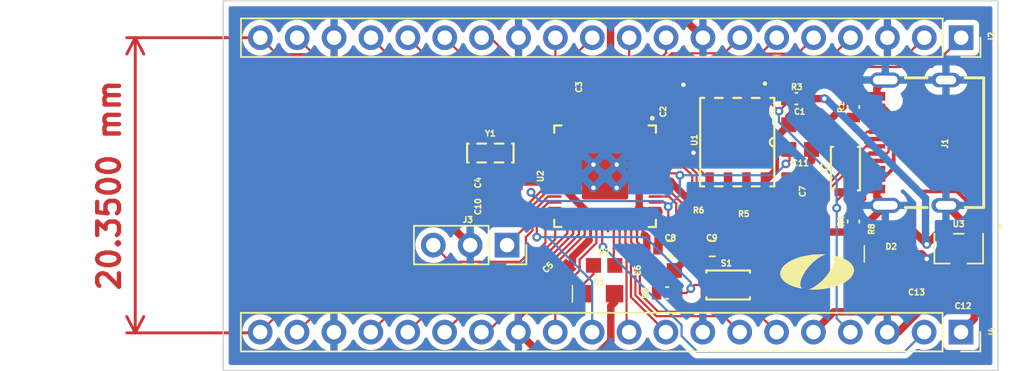
<source format=kicad_pcb>
(kicad_pcb (version 20211014) (generator pcbnew)
  (title_block (title "ENGR3430 Miniproject 3") (date "2022-09-22") (company "Olin College of Engineering"))
  (layers (0 "F.Cu" signal) (31 "B.Cu" signal) (34 "B.Paste" user) (35 "F.Paste" user) (36 "B.SilkS" user "B.Silkscreen") (37 "F.SilkS" user "F.Silkscreen") (38 "B.Mask" user) (39 "F.Mask" user) (44 "Edge.Cuts" user))
  (net 0 "")
  (net 1 "GND")
  (net 2 "+3V3")
  (net 3 "Net-(C10-Pad1)")
  (net 4 "/VBUS")
  (net 5 "Net-(J1-PadA5)")
  (net 6 "Net-(J1-PadA6)")
  (net 7 "Net-(J1-PadA7)")
  (net 9 "Net-(J1-PadB5)")
  (net 11 "/GPIO0")
  (net 12 "/GPIO1")
  (net 13 "/GPIO2")
  (net 14 "/GPIO3")
  (net 15 "/GPIO4")
  (net 16 "/GPIO5")
  (net 17 "/GPIO6")
  (net 18 "/GPIO7")
  (net 19 "/GPIO8")
  (net 20 "/GPIO9")
  (net 21 "/GPIO10")
  (net 22 "/GPIO11")
  (net 23 "/GPIO12")
  (net 24 "/GPIO13")
  (net 25 "/GPIO14")
  (net 26 "/GPIO15")
  (net 27 "/SWCLK")
  (net 28 "/SWDIO")
  (net 29 "/GPIO23")
  (net 30 "/BOOT")
  (net 31 "/GPIO29")
  (net 32 "/GPIO28")
  (net 33 "/GPIO27")
  (net 34 "/GPIO26")
  (net 35 "/RUN")
  (net 36 "/GPIO22")
  (net 37 "/GPIO21")
  (net 38 "/GPIO20")
  (net 39 "/GPIO19")
  (net 40 "/GPIO18")
  (net 41 "/GPIO17")
  (net 42 "/GPIO16")
  (net 43 "Net-(R5-Pad2)")
  (net 44 "Net-(R6-Pad2)")
  (net 45 "/GPIO25")
  (net 46 "Net-(D1-Pad2)")
  (net 47 "Net-(U1-Pad2)")
  (net 48 "Net-(U1-Pad3)")
  (net 49 "Net-(U1-Pad5)")
  (net 50 "Net-(U1-Pad6)")
  (net 51 "Net-(U1-Pad7)")
  (net 52 "Net-(U2-Pad20)")
  (net 53 "Net-(U2-Pad21)")
  (net 54 "/GPIO24")
  (net 55 "Net-(D2-Pad2)")
  (footprint "Eclectronics_mp3:RC0603FR-071KL" (layer "F.Cu") (at 225.415 113.15 180)
    (fp_text reference "R8")
    (fp_text value "1K")
  )
  (footprint "MP1:MCP1702T-3302E&slash_CB" (layer "F.Cu") (at 229.699999 114.4952 180)
    (fp_text reference "U3")
    (fp_text value "MCP1702T-3302E_CB" hide)
  )
  (footprint "Eclectronics_mp3:OlinLogoSm" (layer "F.Cu") (at 219.95 116.1)
    (fp_text reference "OlinLogoSm" hide)
    (fp_text value "G***" hide)
  )
  (footprint "Eclectronics_mp3:CL10B104JB8NNNC" (layer "F.Cu") (at 198.366 109.95 180)
    (fp_text reference "C4")
    (fp_text value "0.1µF")
  )
  (footprint "Eclectronics_mp3:USB4105-GF-A" (layer "F.Cu") (at 228.822 107.188 90)
    (fp_text reference "J1")
    (fp_text value "USB4105-GF-A")
  )
  (footprint "Eclectronics_mp3:KXT321LHS" (layer "F.Cu") (at 221.9 108.975 -90)
    (fp_text reference "S2")
    (fp_text value "BOOT")
  )
  (footprint "Eclectronics_mp3:KXT321LHS" (layer "F.Cu") (at 213.825 117 180)
    (fp_text reference "S1")
    (fp_text value "RST")
  )
  (footprint "Connector_PinSocket_2.54mm:PinSocket_1x20_P2.54mm_Vertical" (layer "F.Cu") (at 229.86 120.25 -90)
    (fp_text reference "J4")
    (fp_text value "RIGHT")
  )
  (footprint "Eclectronics_mp3:CL10B104JB8NNNC" (layer "F.Cu") (at 202.095628 116.454372 -135)
    (fp_text reference "C5")
    (fp_text value "0.1µF")
  )
  (footprint "Eclectronics_mp3:RP2040" (layer "F.Cu") (at 205.35 109.5 -90)
    (fp_text reference "U2")
    (fp_text value "RP2040")
  )
  (footprint "Eclectronics_mp3:RC0603FR-071KL" (layer "F.Cu") (at 211.785 112.75 180)
    (fp_text reference "R6")
    (fp_text value "27Ω")
  )
  (footprint "Eclectronics_mp3:CL10B104JB8NNNC" (layer "F.Cu") (at 218.784 107.65)
    (fp_text reference "C11")
    (fp_text value "0.1µF")
  )
  (footprint "Eclectronics_mp3:GRM188R61E106KA73D" (layer "F.Cu") (at 226.809 116.55 180)
    (fp_text reference "C13")
    (fp_text value "10µF")
  )
  (footprint "Eclectronics_mp3:LTST-C170TGKT" (layer "F.Cu") (at 225.05 114.85)
    (fp_text reference "D2")
    (fp_text value "PWR")
  )
  (footprint "Eclectronics_mp3:CL10B104JB8NNNC" (layer "F.Cu") (at 198.366 111.6 180)
    (fp_text reference "C10")
    (fp_text value "0.1µF")
  )
  (footprint "Eclectronics_mp3:CL10B104JB8NNNC" (layer "F.Cu") (at 204.45 103.334 90)
    (fp_text reference "C3")
    (fp_text value "0.1µF")
  )
  (footprint "Eclectronics_mp3:LTST-C170TBKT" (layer "F.Cu") (at 204.95 117.6)
    (fp_text reference "D1")
    (fp_text value "LED")
  )
  (footprint "Eclectronics_mp3:GRM188R61E106KA73D" (layer "F.Cu") (at 230.009 117.5)
    (fp_text reference "C12")
    (fp_text value "10µF")
  )
  (footprint "Eclectronics_mp3:CL10B104JB8NNNC" (layer "F.Cu") (at 218 110.534 90)
    (fp_text reference "C7")
    (fp_text value "0.1µF")
  )
  (footprint "Eclectronics_mp3:RES_ERJ3EKF5101V" (layer "F.Cu") (at 218.525 104.15)
    (fp_text reference "R3")
    (fp_text value "5.1K")
  )
  (footprint "Eclectronics_mp3:CL10B104JB8NNNC" (layer "F.Cu") (at 210.45 105.084 90)
    (fp_text reference "C2")
    (fp_text value "0.1µF")
  )
  (footprint "Eclectronics_mp3:CL10B104JB8NNNC" (layer "F.Cu") (at 218.784 105.95 180)
    (fp_text reference "C1")
    (fp_text value "0.1µF")
  )
  (footprint "Eclectronics_mp3:MIC_WSON-8-M" (layer "F.Cu") (at 214.45 107.15 -90)
    (fp_text reference "U1")
    (fp_text value "W25Q128JV" hide)
  )
  (footprint "Connector_PinSocket_2.54mm:PinSocket_1x20_P2.54mm_Vertical" (layer "F.Cu") (at 229.87 99.949 -90)
    (fp_text reference "J2")
    (fp_text value "LEFT")
  )
  (footprint "Connector_PinSocket_2.54mm:PinSocket_1x03_P2.54mm_Vertical" (layer "F.Cu") (at 198.6 114.25 -90)
    (fp_text reference "J3")
    (fp_text value "DEBUG")
  )
  (footprint "Eclectronics_mp3:RES_ERJ3EKF5101V" (layer "F.Cu") (at 222.45 104.725 90)
    (fp_text reference "R1")
    (fp_text value "5.1K")
  )
  (footprint "Eclectronics_mp3:RES_ERJ3EKF5101V" (layer "F.Cu") (at 209.625 117.55 180)
    (fp_text reference "R2")
    (fp_text value "5.1K")
  )
  (footprint "Eclectronics_mp3:RC0603FR-071KL" (layer "F.Cu") (at 214.885 113 180)
    (fp_text reference "R5")
    (fp_text value "27Ω")
  )
  (footprint "Eclectronics_mp3:RES_ERJ3EKF5101V" (layer "F.Cu") (at 222.45 112.625 -90)
    (fp_text reference "R4")
    (fp_text value "5.1K")
  )
  (footprint "Eclectronics_mp3:RC0603FR-071KL" (layer "F.Cu") (at 205.285 115.65 180)
    (fp_text reference "R7")
    (fp_text value "1K")
  )
  (footprint "Eclectronics_mp3:CL10B105KA8NNNC" (layer "F.Cu") (at 212.7278 114.5)
    (fp_text reference "C9")
    (fp_text value "1µF" hide)
  )
  (footprint "Eclectronics_mp3:CL10B104JB8NNNC" (layer "F.Cu") (at 209.334 116)
    (fp_text reference "C6")
    (fp_text value "0.1µF")
  )
  (footprint "Eclectronics_mp3:CL10B105KA8NNNC" (layer "F.Cu") (at 209.8245 114.5)
    (fp_text reference "C8")
    (fp_text value "1µF" hide)
  )
  (footprint "Eclectronics_mp3:CSTNE" (layer "F.Cu") (at 197.45 107.9)
    (fp_text reference "Y1")
    (fp_text value "12MHz")
  )
  (gr_rect (start 179.05 97.4) (end 232.4 122.9) (layer "Edge.Cuts") (width 0.1) (fill none))
  (gr_text "|\n" (at 223.2 114.8) (layer "F.SilkS") (effects (font (size 0.8 0.8) (thickness 0.1))))
  (gr_text "|\n" (at 203.1 117.55) (layer "F.SilkS") (effects (font (size 0.8 0.8) (thickness 0.1))))
  (dimension (type orthogonal) (layer "F.Cu") (pts (xy 181.65 120.3) (xy 181.6 99.95)) (height -8.65) (orientation 1) (gr_text "20.3500 mm" (at 171.2 110.125 90) (layer "F.Cu") (effects (font (size 1.5 1.5) (thickness 0.3)))) (format (units 3) (units_format 1) (precision 4)) (style (thickness 0.2) (arrow_length 1.27) (text_position_mode 0) (extension_height 0.58642) (extension_offset 0.5) keep_text_aligned))
  (segment (start 210.6523 115.4657) (end 210.6523 114.5) (width 0.508) (layer "F.Cu") (net 1))
  (segment (start 201.1 108.5) (end 201.9125 108.5) (width 0.2032) (layer "F.Cu") (net 1))
  (segment (start 213.5556 114.5) (end 218.35 114.5) (width 0.508) (layer "F.Cu") (net 1))
  (segment (start 199.38 119.17) (end 201.541256 117.008744) (width 0.508) (layer "F.Cu") (net 1))
  (segment (start 205.7436 118.4564) (end 206 118.2) (width 0.508) (layer "F.Cu") (net 1))
  (segment (start 200.85 108.25) (end 201.1 108.5) (width 0.2032) (layer "F.Cu") (net 1))
  (segment (start 195.1 113.29) (end 196.06 114.25) (width 0.508) (layer "F.Cu") (net 1))
  (segment (start 195.8 109.95) (end 197.582 109.95) (width 0.508) (layer "F.Cu") (net 1))
  (segment (start 197.45 107.9) (end 197.45 106.7) (width 0.381) (layer "F.Cu") (net 1))
  (segment (start 210.45 103.491707) (end 210.745854 103.195853) (width 0.508) (layer "F.Cu") (net 1))
  (segment (start 205.7436 120.8436) (end 205.7436 118.4564) (width 0.508) (layer "F.Cu") (net 1))
  (segment (start 218.25 109.75) (end 219.568 108.432) (width 0.508) (layer "F.Cu") (net 1))
  (segment (start 204.45 102.55) (end 205.7264 101.2736) (width 0.508) (layer "F.Cu") (net 1))
  (segment (start 197.582 109.95) (end 197.582 111.6) (width 0.508) (layer "F.Cu") (net 1))
  (segment (start 220.4 107.65) (end 219.568 107.65) (width 0.508) (layer "F.Cu") (net 1))
  (segment (start 204.55 108.7) (end 202.9114 108.7) (width 0.508) (layer "F.Cu") (net 1))
  (segment (start 212.16574 107.15) (end 211.434688 107.881052) (width 0.508) (layer "F.Cu") (net 1))
  (segment (start 199.38 120.25) (end 199.38 119.17) (width 0.508) (layer "F.Cu") (net 1))
  (segment (start 222.45 113.35) (end 222.8 113.35) (width 0.508) (layer "F.Cu") (net 1))
  (segment (start 228.293182 117.5) (end 229.25 117.5) (width 0.508) (layer "F.Cu") (net 1))
  (segment (start 218.35 114.5) (end 219.5 113.35) (width 0.508) (layer "F.Cu") (net 1))
  (segment (start 219.568 105.95) (end 219.568 107.65) (width 0.508) (layer "F.Cu") (net 1))
  (segment (start 222.45 104) (end 224.055 104) (width 0.508) (layer "F.Cu") (net 1))
  (segment (start 197.25 106.5) (end 195.9 106.5) (width 0.508) (layer "F.Cu") (net 1))
  (segment (start 225.543182 120.25) (end 228.293182 117.5) (width 0.508) (layer "F.Cu") (net 1))
  (segment (start 219.568 105.95) (end 220.5 105.95) (width 0.508) (layer "F.Cu") (net 1))
  (segment (start 195.1 110.65) (end 195.8 109.95) (width 0.508) (layer "F.Cu") (net 1))
  (segment (start 205.75 120.85) (end 205.7436 120.8436) (width 0.508) (layer "F.Cu") (net 1))
  (segment (start 224.78 120.25) (end 225.543182 120.25) (width 0.508) (layer "F.Cu") (net 1))
  (segment (start 210.541 98.4) (end 212.09 99.949) (width 0.508) (layer "F.Cu") (net 1))
  (segment (start 219.5 113.35) (end 222.45 113.35) (width 0.508) (layer "F.Cu") (net 1))
  (segment (start 205.7264 101.2736) (end 205.7264 99.1736) (width 0.508) (layer "F.Cu") (net 1))
  (segment (start 210.118 116) (end 210.6523 115.4657) (width 0.508) (layer "F.Cu") (net 1))
  (segment (start 210.45 104.3) (end 210.45 103.491707) (width 0.508) (layer "F.Cu") (net 1))
  (segment (start 220.5 105.95) (end 222.45 104) (width 0.508) (layer "F.Cu") (net 1))
  (segment (start 226.1 114.85) (end 227.15 114.85) (width 0.508) (layer "F.Cu") (net 1))
  (segment (start 212.545 105.245) (end 214.45 107.15) (width 0.508) (layer "F.Cu") (net 1))
  (segment (start 213.5556 115.1056) (end 213.5556 114.5) (width 0.508) (layer "F.Cu") (net 1))
  (segment (start 219.568 108.432) (end 219.568 107.65) (width 0.508) (layer "F.Cu") (net 1))
  (segment (start 224.067 110.388) (end 224.067 110.933) (width 0.508) (layer "F.Cu") (net 1))
  (segment (start 204.85 121.75) (end 205.75 120.85) (width 0.508) (layer "F.Cu") (net 1))
  (segment (start 218 109.75) (end 218.25 109.75) (width 0.508) (layer "F.Cu") (net 1))
  (segment (start 224.067 110.933) (end 224.642 111.508) (width 0.508) (layer "F.Cu") (net 1))
  (segment (start 215.45 117) (end 213.9157 115.4657) (width 0.508) (layer "F.Cu") (net 1))
  (segment (start 195.9 106.5) (end 195.1 107.3) (width 0.508) (layer "F.Cu") (net 1))
  (segment (start 202.9114 108.7) (end 202.7114 108.5) (width 0.508) (layer "F.Cu") (net 1))
  (segment (start 201.9125 108.5) (end 202.7114 108.5) (width 0.2032) (layer "F.Cu") (net 1))
  (segment (start 224.055 104) (end 224.067 103.988) (width 0.508) (layer "F.Cu") (net 1))
  (segment (start 221.9 107.35) (end 220.7 107.35) (width 0.508) (layer "F.Cu") (net 1))
  (segment (start 224.067 103.988) (end 224.067 103.443) (width 0.508) (layer "F.Cu") (net 1))
  (segment (start 213.95 115.5) (end 213.5556 115.1056) (width 0.508) (layer "F.Cu") (net 1))
  (segment (start 205.7264 99.1736) (end 206.5 98.4) (width 0.508) (layer "F.Cu") (net 1))
  (segment (start 199.38 120.25) (end 200.88 121.75) (width 0.508) (layer "F.Cu") (net 1))
  (segment (start 195.1 107.3) (end 195.1 113.29) (width 0.508) (layer "F.Cu") (net 1))
  (segment (start 226.1 114.85) (end 226.1 116.5) (width 0.508) (layer "F.Cu") (net 1))
  (segment (start 200.88 121.75) (end 204.85 121.75) (width 0.508) (layer "F.Cu") (net 1))
  (segment (start 228.858 111.508) (end 230.65 113.3) (width 0.508) (layer "F.Cu") (net 1))
  (segment (start 206.5 98.4) (end 210.541 98.4) (width 0.508) (layer "F.Cu") (net 1))
  (segment (start 228.822 111.508) (end 228.858 111.508) (width 0.508) (layer "F.Cu") (net 1))
  (segment (start 206 118.2) (end 206 117.6) (width 0.508) (layer "F.Cu") (net 1))
  (segment (start 220.7 107.35) (end 220.4 107.65) (width 0.508) (layer "F.Cu") (net 1))
  (segment (start 227.15 114.85) (end 227.5 115.2) (width 0.508) (layer "F.Cu") (net 1))
  (segment (start 224.067 103.443) (end 224.642 102.868) (width 0.508) (layer "F.Cu") (net 1))
  (segment (start 212.545 104.4576) (end 212.545 105.245) (width 0.508) (layer "F.Cu") (net 1))
  (segment (start 199.1 106.5) (end 197.25 106.5) (width 0.508) (layer "F.Cu") (net 1))
  (segment (start 197.45 106.7) (end 197.25 106.5) (width 0.381) (layer "F.Cu") (net 1))
  (segment (start 200.85 108.25) (end 199.1 106.5) (width 0.508) (layer "F.Cu") (net 1))
  (segment (start 214.45 107.15) (end 212.16574 107.15) (width 0.508) (layer "F.Cu") (net 1))
  (segment (start 222.8 113.35) (end 224.642 111.508) (width 0.508) (layer "F.Cu") (net 1))
  (segment (start 213.9157 115.4657) (end 210.6523 115.4657) (width 0.508) (layer "F.Cu") (net 1))
  (segment (start 226.1 116.5) (end 226.05 116.55) (width 0.508) (layer "F.Cu") (net 1))
  (via (at 210.745854 103.195853) (size 0.6096) (drill 0.3048) (layers "F.Cu" "B.Cu") (net 1))
  (via (at 227.5 115.2) (size 0.6096) (drill 0.3048) (layers "F.Cu" "B.Cu") (net 1))
  (via (at 211.434688 107.881052) (size 0.6096) (drill 0.3048) (layers "F.Cu" "B.Cu") (net 1))
  (segment (start 210.745854 103.195853) (end 211.75 104.199999) (width 0.508) (layer "B.Cu") (net 1))
  (segment (start 211.75 104.199999) (end 211.75 107.56574) (width 0.508) (layer "B.Cu") (net 1))
  (segment (start 211.434688 107.881052) (end 210.61574 108.7) (width 0.508) (layer "B.Cu") (net 1))
  (segment (start 211.75 107.56574) (end 211.434688 107.881052) (width 0.508) (layer "B.Cu") (net 1))
  (segment (start 210.61574 108.7) (end 206.15 108.7) (width 0.508) (layer "B.Cu") (net 1))
  (segment (start 217.0736 106.8764) (end 217.0736 109.1238) (width 0.508) (layer "F.Cu") (net 2))
  (segment (start 227.5 114.2) (end 226.45 113.15) (width 0.508) (layer "F.Cu") (net 2))
  (segment (start 208.7875 113.1375) (end 208.9967 113.3467) (width 0.508) (layer "F.Cu") (net 2))
  (segment (start 208.2409 105.868) (end 210.45 105.868) (width 0.508) (layer "F.Cu") (net 2))
  (segment (start 217.0736 109.1238) (end 216.355 109.8424) (width 0.508) (layer "F.Cu") (net 2))
  (segment (start 207.95 106.7412) (end 207.95 106.0625) (width 0.254) (layer "F.Cu") (net 2))
  (segment (start 202.7564 110.1) (end 202.7564 109.97155) (width 0.2032) (layer "F.Cu") (net 2))
  (segment (start 202.7564 109.97155) (end 202.48485 109.7) (width 0.2032) (layer "F.Cu") (net 2))
  (segment (start 228.4 113.3) (end 227.5 114.2) (width 0.508) (layer "F.Cu") (net 2))
  (segment (start 202.7564 110.1) (end 202.7564 110.6064) (width 0.508) (layer "F.Cu") (net 2))
  (segment (start 215.5271 111.318) (end 215.2577 111.5874) (width 0.508) (layer "F.Cu") (net 2))
  (segment (start 204.45 104.118) (end 204.45 104.974344) (width 0.508) (layer "F.Cu") (net 2))
  (segment (start 207.7 106.9912) (end 207.7412 106.95) (width 0.508) (layer "F.Cu") (net 2))
  (segment (start 207.7 111.75) (end 207.894901 111.944901) (width 0.635) (layer "F.Cu") (net 2))
  (segment (start 208.9 117.55) (end 208.9 116.8) (width 0.508) (layer "F.Cu") (net 2))
  (segment (start 208.7875 112.1) (end 208.7875 113.1375) (width 0.508) (layer "F.Cu") (net 2))
  (segment (start 207.7412 106.95) (end 207.95 106.7412) (width 0.508) (layer "F.Cu") (net 2))
  (segment (start 202.65 115.9) (end 203.1 115.45) (width 0.508) (layer "F.Cu") (net 2))
  (segment (start 202.7564 110.1) (end 202.7564 110.047629) (width 0.254) (layer "F.Cu") (net 2))
  (segment (start 207.95 112.9375) (end 207.95 112) (width 0.2032) (layer "F.Cu") (net 2))
  (segment (start 228.599998 113.15) (end 228.749998 113.3) (width 0.508) (layer "F.Cu") (net 2))
  (segment (start 207.7 111.75) (end 207.7 110.4) (width 0.508) (layer "F.Cu") (net 2))
  (segment (start 208.2409 105.868) (end 208.0464 106.0625) (width 0.508) (layer "F.Cu") (net 2))
  (segment (start 220.45 104.15) (end 219.25 104.15) (width 0.508) (layer "F.Cu") (net 2))
  (segment (start 216.355 110.4901) (end 215.2577 111.5874) (width 0.508) (layer "F.Cu") (net 2))
  (segment (start 199.2 109.9) (end 200.686448 109.9) (width 0.508) (layer "F.Cu") (net 2))
  (segment (start 216.355 109.8424) (end 216.355 110.4901) (width 0.508) (layer "F.Cu") (net 2))
  (segment (start 204.45 104.974344) (end 204.387172 105.037172) (width 0.508) (layer "F.Cu") (net 2))
  (segment (start 202.48485 109.7) (end 201.9125 109.7) (width 0.2032) (layer "F.Cu") (net 2))
  (segment (start 204.35 112.9375) (end 204.35 112.2) (width 0.2032) (layer "F.Cu") (net 2))
  (segment (start 204.35 106.0625) (end 204.35 106.65) (width 0.2032) (layer "F.Cu") (net 2))
  (segment (start 228.749998 113.3) (end 228.749998 115.368002) (width 0.508) (layer "F.Cu") (net 2))
  (segment (start 208.2256 115.6756) (end 208.2256 113.718122) (width 0.508) (layer "F.Cu") (net 2))
  (segment (start 204.35 112.9375) (end 204.35 113.8) (width 0.2032) (layer "F.Cu") (net 2))
  (segment (start 226.45 113.15) (end 226.15 113.15) (width 0.508) (layer "F.Cu") (net 2))
  (segment (start 204.35 106.65) (end 204.65 106.95) (width 0.2032) (layer "F.Cu") (net 2))
  (segment (start 208.9967 113.3467) (end 208.9967 114.5) (width 0.508) (layer "F.Cu") (net 2))
  (segment (start 204.65 106.95) (end 207.7412 106.95) (width 0.508) (layer "F.Cu") (net 2))
  (segment (start 201.9125 109.7) (end 200.9 109.7) (width 0.2032) (layer "F.Cu") (net 2))
  (segment (start 200.9 109.7) (end 200.893224 109.693224) (width 0.2032) (layer "F.Cu") (net 2))
  (segment (start 204.35 112.2) (end 204.605099 111.944901) (width 0.508) (layer "F.Cu") (net 2))
  (segment (start 226.8728 117.55) (end 227.568 116.8548) (width 0.508) (layer "F.Cu") (net 2))
  (segment (start 208.9 116.8) (end 208.55 116.45) (width 0.508) (layer "F.Cu") (net 2))
  (segment (start 202.7564 110.6064) (end 204.35 112.2) (width 0.508) (layer "F.Cu") (net 2))
  (segment (start 207.894901 111.944901) (end 209 111.944901) (width 0.635) (layer "F.Cu") (net 2))
  (segment (start 218 111.318) (end 215.5271 111.318) (width 0.508) (layer "F.Cu") (net 2))
  (segment (start 208.55 116) (end 208.2256 115.6756) (width 0.508) (layer "F.Cu") (net 2))
  (segment (start 204.35 106.0625) (end 204.35 105.074344) (width 0.2032) (layer "F.Cu") (net 2))
  (segment (start 199.15 109.95) (end 199.2 109.9) (width 0.508) (layer "F.Cu") (net 2))
  (segment (start 218 105.4) (end 219.25 104.15) (width 0.508) (layer "F.Cu") (net 2))
  (segment (start 225.55 118.85) (end 226.85 117.55) (width 0.508) (layer "F.Cu") (net 2))
  (segment (start 203.1 115.45) (end 203.1 115.068812) (width 0.508) (layer "F.Cu") (net 2))
  (segment (start 207.95 112) (end 207.894901 111.944901) (width 0.2032) (layer "F.Cu") (net 2))
  (segment (start 208.2 109.9) (end 209.85 109.9) (width 0.635) (layer "F.Cu") (net 2))
  (segment (start 227.568 116.8548) (end 227.568 116.55) (width 0.508) (layer "F.Cu") (net 2))
  (segment (start 203.1 115.068812) (end 204.259406 113.909406) (width 0.508) (layer "F.Cu") (net 2))
  (segment (start 221.1 118.85) (end 225.55 118.85) (width 0.508) (layer "F.Cu") (net 2))
  (segment (start 204.35 105.074344) (end 204.387172 105.037172) (width 0.2032) (layer "F.Cu") (net 2))
  (segment (start 218 105.95) (end 218 105.4) (width 0.508) (layer "F.Cu") (net 2))
  (segment (start 211.555294 111.5874) (end 209.867894 109.9) (width 0.508) (layer "F.Cu") (net 2))
  (segment (start 204.35 113.8) (end 204.25 113.9) (width 0.2032) (layer "F.Cu") (net 2))
  (segment (start 207.7 110.4) (end 207.7 106.9912) (width 0.508) (layer "F.Cu") (net 2))
  (segment (start 204.605099 111.944901) (end 207.894901 111.944901) (width 0.508) (layer "F.Cu") (net 2))
  (segment (start 215.2577 111.5874) (end 211.555294 111.5874) (width 0.508) (layer "F.Cu") (net 2))
  (segment (start 207.7 110.4) (end 208.2 109.9) (width 0.508) (layer "F.Cu") (net 2))
  (segment (start 208.55 116.45) (end 208.55 116) (width 0.508) (layer "F.Cu") (net 2))
  (segment (start 219.7 120.25) (end 221.1 118.85) (width 0.508) (layer "F.Cu") (net 2))
  (segment (start 228.749998 113.3) (end 228.4 113.3) (width 0.508) (layer "F.Cu") (net 2))
  (segment (start 228.749998 115.368002) (end 227.568 116.55) (width 0.508) (layer "F.Cu") (net 2))
  (segment (start 200.686448 109.9) (end 200.893224 109.693224) (width 0.508) (layer "F.Cu") (net 2))
  (segment (start 208.2256 113.718122) (end 208.05 113.542522) (width 0.508) (layer "F.Cu") (net 2))
  (segment (start 218 105.95) (end 217.0736 106.8764) (width 0.508) (layer "F.Cu") (net 2))
  (via (at 220.45 104.15) (size 0.6096) (drill 0.3048) (layers "F.Cu" "B.Cu") (net 2))
  (via (at 227.5 114.2) (size 0.6096) (drill 0.3048) (layers "F.Cu" "B.Cu") (net 2))
  (segment (start 220.55 104.15) (end 227.4156 111.0156) (width 0.508) (layer "B.Cu") (net 2))
  (segment (start 227.4156 114.1156) (end 227.5 114.2) (width 0.508) (layer "B.Cu") (net 2))
  (segment (start 220.45 104.15) (end 220.55 104.15) (width 0.508) (layer "B.Cu") (net 2))
  (segment (start 227.4156 111.0156) (end 227.4156 114.1156) (width 0.508) (layer "B.Cu") (net 2))
  (segment (start 210.1714 113.8714) (end 209.7 113.4) (width 0.1524) (layer "F.Cu") (net 3))
  (segment (start 209.468948 111.3) (end 208.7875 111.3) (width 0.1524) (layer "F.Cu") (net 3))
  (segment (start 211.9 114.5) (end 211.2714 113.8714) (width 0.1524) (layer "F.Cu") (net 3))
  (segment (start 199.863863 111.6) (end 199.15 111.6) (width 0.1524) (layer "F.Cu") (net 3))
  (segment (start 201.363863 110.1) (end 200.481932 110.981932) (width 0.1524) (layer "F.Cu") (net 3))
  (segment (start 210.3671 109.3) (end 208.7875 109.3) (width 0.1524) (layer "F.Cu") (net 3))
  (segment (start 200.25 110.75) (end 200.25 110.6107) (width 0.1524) (layer "F.Cu") (net 3))
  (segment (start 201.9125 110.1) (end 201.363863 110.1) (width 0.1524) (layer "F.Cu") (net 3))
  (segment (start 209.7 111.531052) (end 209.468948 111.3) (width 0.1524) (layer "F.Cu") (net 3))
  (segment (start 209.7 111.6) (end 209.7 111.531052) (width 0.1524) (layer "F.Cu") (net 3))
  (segment (start 209.7 113.4) (end 209.7 111.55) (width 0.1524) (layer "F.Cu") (net 3))
  (segment (start 211.2714 113.8714) (end 210.1714 113.8714) (width 0.1524) (layer "F.Cu") (net 3))
  (segment (start 200.481932 110.981932) (end 200.25 110.75) (width 0.1524) (layer "F.Cu") (net 3))
  (segment (start 218.05 108.4) (end 217.8 108.65) (width 0.1524) (layer "F.Cu") (net 3))
  (segment (start 210.5 109.4329) (end 210.3671 109.3) (width 0.1524) (layer "F.Cu") (net 3))
  (segment (start 200.481932 110.981932) (end 199.863863 111.6) (width 0.1524) (layer "F.Cu") (net 3))
  (segment (start 218.05 107.65) (end 218.05 108.4) (width 0.1524) (layer "F.Cu") (net 3))
  (via (at 200.25 110.6107) (size 0.6096) (drill 0.3048) (layers "F.Cu" "B.Cu") (net 3))
  (via (at 217.8 108.65) (size 0.6096) (drill 0.3048) (layers "F.Cu" "B.Cu") (net 3))
  (via (at 210.5 109.4329) (size 0.6096) (drill 0.3048) (layers "F.Cu" "B.Cu") (net 3))
  (via (at 209.7 111.6) (size 0.6096) (drill 0.3048) (layers "F.Cu" "B.Cu") (net 3))
  (segment (start 200.850955 111.211655) (end 200.25 110.6107) (width 0.1524) (layer "B.Cu") (net 3))
  (segment (start 217.8 108.65) (end 217.0171 109.4329) (width 0.1524) (layer "B.Cu") (net 3))
  (segment (start 210.5 110.8) (end 209.7 111.6) (width 0.1524) (layer "B.Cu") (net 3))
  (segment (start 209.311655 111.211655) (end 200.850955 111.211655) (width 0.1524) (layer "B.Cu") (net 3))
  (segment (start 209.7 111.6) (end 209.311655 111.211655) (width 0.1524) (layer "B.Cu") (net 3))
  (segment (start 210.5 109.4329) (end 210.5 110.8) (width 0.1524) (layer "B.Cu") (net 3))
  (segment (start 217.0171 109.4329) (end 210.5 109.4329) (width 0.1524) (layer "B.Cu") (net 3))
  (segment (start 224.5706 109.588) (end 224.067 109.588) (width 0.254) (layer "F.Cu") (net 4))
  (segment (start 226.8438 110.55) (end 229.5891 110.55) (width 0.254) (layer "F.Cu") (net 4))
  (segment (start 225.2262 108.9324) (end 224.5706 109.588) (width 0.254) (layer "F.Cu") (net 4))
  (segment (start 229.5891 110.55) (end 231.45 112.4109) (width 0.254) (layer "F.Cu") (net 4))
  (segment (start 230.768 119.342) (end 229.86 120.25) (width 0.508) (layer "F.Cu") (net 4))
  (segment (start 230.768 115.732) (end 230.768 117.5) (width 0.254) (layer "F.Cu") (net 4))
  (segment (start 224.638 104.788) (end 225.2262 105.3762) (width 0.254) (layer "F.Cu") (net 4))
  (segment (start 225.2262 108.9324) (end 226.8438 110.55) (width 0.254) (layer "F.Cu") (net 4))
  (segment (start 230.768 117.5) (end 230.768 119.342) (width 0.508) (layer "F.Cu") (net 4))
  (segment (start 224.067 104.788) (end 224.638 104.788) (width 0.254) (layer "F.Cu") (net 4))
  (segment (start 231.45 115.05) (end 230.768 115.732) (width 0.254) (layer "F.Cu") (net 4))
  (segment (start 231.45 112.4109) (end 231.45 115.05) (width 0.254) (layer "F.Cu") (net 4))
  (segment (start 225.2262 105.3762) (end 225.2262 108.9324) (width 0.254) (layer "F.Cu") (net 4))
  (segment (start 229.699999 115.6904) (end 230.768 116.758401) (width 0.508) (layer "F.Cu") (net 4))
  (segment (start 230.768 116.758401) (end 230.768 117.5) (width 0.508) (layer "F.Cu") (net 4))
  (segment (start 224.067 108.438) (end 223.462 108.438) (width 0.1524) (layer "F.Cu") (net 5))
  (segment (start 223.2634 111.0866) (end 222.45 111.9) (width 0.1524) (layer "F.Cu") (net 5))
  (segment (start 223.462 108.438) (end 223.2634 108.6366) (width 0.1524) (layer "F.Cu") (net 5))
  (segment (start 223.2634 108.6366) (end 223.2634 111.0866) (width 0.1524) (layer "F.Cu") (net 5))
  (segment (start 224.067 107.438) (end 223.312 107.438) (width 0.1524) (layer "F.Cu") (net 6))
  (segment (start 213.02 112.25) (end 212.52 112.75) (width 0.1524) (layer "F.Cu") (net 6))
  (segment (start 223.3848 106.438) (end 223.2634 106.5594) (width 0.1524) (layer "F.Cu") (net 6))
  (segment (start 223.2634 107.1884) (end 223.513 107.438) (width 0.1524) (layer "F.Cu") (net 6))
  (segment (start 223.2634 106.5594) (end 223.2634 107.1884) (width 0.1524) (layer "F.Cu") (net 6))
  (segment (start 223.312 107.438) (end 218.5 112.25) (width 0.1524) (layer "F.Cu") (net 6))
  (segment (start 224.067 106.438) (end 223.3848 106.438) (width 0.1524) (layer "F.Cu") (net 6))
  (segment (start 218.5 112.25) (end 213.02 112.25) (width 0.1524) (layer "F.Cu") (net 6))
  (segment (start 223.513 107.438) (end 224.067 107.438) (width 0.1524) (layer "F.Cu") (net 6))
  (segment (start 222.05 109.15) (end 222.031052 109.15) (width 0.1524) (layer "F.Cu") (net 7))
  (segment (start 223.262 107.938) (end 222.05 109.15) (width 0.1524) (layer "F.Cu") (net 7))
  (segment (start 224.7944 106.938) (end 224.8706 107.0142) (width 0.1524) (layer "F.Cu") (net 7))
  (segment (start 224.8706 107.0142) (end 224.8706 107.8166) (width 0.1524) (layer "F.Cu") (net 7))
  (segment (start 224.067 106.938) (end 224.7944 106.938) (width 0.1524) (layer "F.Cu") (net 7))
  (segment (start 218.181052 113) (end 215.62 113) (width 0.1524) (layer "F.Cu") (net 7))
  (segment (start 224.7492 107.938) (end 224.067 107.938) (width 0.1524) (layer "F.Cu") (net 7))
  (segment (start 224.8706 107.8166) (end 224.7492 107.938) (width 0.1524) (layer "F.Cu") (net 7))
  (segment (start 222.031052 109.15) (end 218.181052 113) (width 0.1524) (layer "F.Cu") (net 7))
  (segment (start 224.067 107.938) (end 223.262 107.938) (width 0.1524) (layer "F.Cu") (net 7))
  (segment (start 224.055 105.45) (end 224.067 105.438) (width 0.1524) (layer "F.Cu") (net 9))
  (segment (start 222.45 105.45) (end 224.055 105.45) (width 0.1524) (layer "F.Cu") (net 9))
  (segment (start 229.87 99.949) (end 227.8546 101.9644) (width 0.1524) (layer "F.Cu") (net 11))
  (segment (start 207.55 105.638071) (end 207.55 106.0625) (width 0.1524) (layer "F.Cu") (net 11))
  (segment (start 216.291608 102.5516) (end 210.636471 102.5516) (width 0.1524) (layer "F.Cu") (net 11))
  (segment (start 227.8546 101.9644) (end 216.878808 101.9644) (width 0.1524) (layer "F.Cu") (net 11))
  (segment (start 210.636471 102.5516) (end 207.55 105.638071) (width 0.1524) (layer "F.Cu") (net 11))
  (segment (start 216.878808 101.9644) (end 216.291608 102.5516) (width 0.1524) (layer "F.Cu") (net 11))
  (segment (start 216.752556 101.6596) (end 216.165356 102.2468) (width 0.1524) (layer "F.Cu") (net 12))
  (segment (start 227.33 99.949) (end 225.6194 101.6596) (width 0.1524) (layer "F.Cu") (net 12))
  (segment (start 225.6194 101.6596) (end 216.752556 101.6596) (width 0.1524) (layer "F.Cu") (net 12))
  (segment (start 207.15 105.55) (end 207.15 106.0625) (width 0.1524) (layer "F.Cu") (net 12))
  (segment (start 210.4532 102.2468) (end 207.15 105.55) (width 0.1524) (layer "F.Cu") (net 12))
  (segment (start 216.165356 102.2468) (end 210.4532 102.2468) (width 0.1524) (layer "F.Cu") (net 12))
  (segment (start 220.8442 101.3548) (end 222.25 99.949) (width 0.1524) (layer "F.Cu") (net 13))
  (segment (start 210.320104 101.942) (end 216.039104 101.942) (width 0.1524) (layer "F.Cu") (net 13))
  (segment (start 206.75 106.0625) (end 206.75 105.512104) (width 0.1524) (layer "F.Cu") (net 13))
  (segment (start 216.626304 101.3548) (end 220.8442 101.3548) (width 0.1524) (layer "F.Cu") (net 13))
  (segment (start 206.75 105.512104) (end 210.320104 101.942) (width 0.1524) (layer "F.Cu") (net 13))
  (segment (start 216.039104 101.942) (end 216.626304 101.3548) (width 0.1524) (layer "F.Cu") (net 13))
  (segment (start 218.609 101.05) (end 216.500052 101.05) (width 0.1524) (layer "F.Cu") (net 14))
  (segment (start 219.71 99.949) (end 218.609 101.05) (width 0.1524) (layer "F.Cu") (net 14))
  (segment (start 206.35 105.481052) (end 206.35 106.0625) (width 0.1524) (layer "F.Cu") (net 14))
  (segment (start 215.912852 101.6372) (end 210.193852 101.6372) (width 0.1524) (layer "F.Cu") (net 14))
  (segment (start 210.193852 101.6372) (end 206.35 105.481052) (width 0.1524) (layer "F.Cu") (net 14))
  (segment (start 216.500052 101.05) (end 215.912852 101.6372) (width 0.1524) (layer "F.Cu") (net 14))
  (segment (start 215.7866 101.3324) (end 217.17 99.949) (width 0.1524) (layer "F.Cu") (net 15))
  (segment (start 205.95 105.45) (end 210.0676 101.3324) (width 0.1524) (layer "F.Cu") (net 15))
  (segment (start 205.95 106.0625) (end 205.95 105.45) (width 0.1524) (layer "F.Cu") (net 15))
  (segment (start 210.0676 101.3324) (end 215.7866 101.3324) (width 0.1524) (layer "F.Cu") (net 15))
  (segment (start 209.941348 101.0276) (end 213.5514 101.0276) (width 0.1524) (layer "F.Cu") (net 16))
  (segment (start 205.55 105.418948) (end 209.941348 101.0276) (width 0.1524) (layer "F.Cu") (net 16))
  (segment (start 213.5514 101.0276) (end 214.63 99.949) (width 0.1524) (layer "F.Cu") (net 16))
  (segment (start 205.55 106.0625) (end 205.55 105.418948) (width 0.1524) (layer "F.Cu") (net 16))
  (segment (start 205.15 105.387896) (end 205.15 106.0625) (width 0.1524) (layer "F.Cu") (net 17))
  (segment (start 209.55 99.949) (end 209.55 100.987896) (width 0.1524) (layer "F.Cu") (net 17))
  (segment (start 209.55 100.987896) (end 205.15 105.387896) (width 0.1524) (layer "F.Cu") (net 17))
  (segment (start 207.01 103.096844) (end 207.01 99.949) (width 0.1524) (layer "F.Cu") (net 18))
  (segment (start 204.75 106.0625) (end 204.75 105.356844) (width 0.1524) (layer "F.Cu") (net 18))
  (segment (start 204.75 105.356844) (end 207.01 103.096844) (width 0.1524) (layer "F.Cu") (net 18))
  (segment (start 203.95 105.25) (end 203.55 104.85) (width 0.1524) (layer "F.Cu") (net 19))
  (segment (start 203.55 100.869) (end 204.47 99.949) (width 0.1524) (layer "F.Cu") (net 19))
  (segment (start 203.95 106.0625) (end 203.95 105.25) (width 0.1524) (layer "F.Cu") (net 19))
  (segment (start 203.55 104.85) (end 203.55 100.869) (width 0.1524) (layer "F.Cu") (net 19))
  (segment (start 203.55 106.0625) (end 203.55 105.281052) (width 0.1524) (layer "F.Cu") (net 20))
  (segment (start 201.93 103.661052) (end 201.93 99.949) (width 0.1524) (layer "F.Cu") (net 20))
  (segment (start 203.55 105.281052) (end 201.93 103.661052) (width 0.1524) (layer "F.Cu") (net 20))
  (segment (start 203.15 105.638071) (end 197.460929 99.949) (width 0.1524) (layer "F.Cu") (net 21))
  (segment (start 203.15 106.0625) (end 203.15 105.638071) (width 0.1524) (layer "F.Cu") (net 21))
  (segment (start 197.460929 99.949) (end 196.85 99.949) (width 0.1524) (layer "F.Cu") (net 21))
  (segment (start 202.75 106) (end 202.75 106.0625) (width 0.1524) (layer "F.Cu") (net 22))
  (segment (start 198.2548 101.5048) (end 202.75 106) (width 0.1524) (layer "F.Cu") (net 22))
  (segment (start 194.31 99.949) (end 195.8658 101.5048) (width 0.1524) (layer "F.Cu") (net 22))
  (segment (start 195.8658 101.5048) (end 198.2548 101.5048) (width 0.1524) (layer "F.Cu") (net 22))
  (segment (start 193.6306 101.8096) (end 196.8221 101.8096) (width 0.1524) (layer "F.Cu") (net 23))
  (segment (start 196.8221 101.8096) (end 201.9125 106.9) (width 0.1524) (layer "F.Cu") (net 23))
  (segment (start 191.77 99.949) (end 193.6306 101.8096) (width 0.1524) (layer "F.Cu") (net 23))
  (segment (start 201.9125 107.3) (end 201.488071 107.3) (width 0.1524) (layer "F.Cu") (net 24))
  (segment (start 196.302471 102.1144) (end 191.3954 102.1144) (width 0.1524) (layer "F.Cu") (net 24))
  (segment (start 201.488071 107.3) (end 196.302471 102.1144) (width 0.1524) (layer "F.Cu") (net 24))
  (segment (start 191.3954 102.1144) (end 189.23 99.949) (width 0.1524) (layer "F.Cu") (net 24))
  (segment (start 186.651 102.45) (end 184.15 99.949) (width 0.1524) (layer "F.Cu") (net 25))
  (segment (start 196.188 102.45) (end 186.651 102.45) (width 0.1524) (layer "F.Cu") (net 25))
  (segment (start 201.9125 107.7) (end 201.438 107.7) (width 0.1524) (layer "F.Cu") (net 25))
  (segment (start 201.438 107.7) (end 196.188 102.45) (width 0.1524) (layer "F.Cu") (net 25))
  (segment (start 201.9125 108.1) (end 201.406948 108.1) (width 0.1524) (layer "F.Cu") (net 26))
  (segment (start 196.061748 102.7548) (end 186.524748 102.7548) (width 0.1524) (layer "F.Cu") (net 26))
  (segment (start 184.861948 101.092) (end 182.753 101.092) (width 0.1524) (layer "F.Cu") (net 26))
  (segment (start 201.406948 108.1) (end 196.061748 102.7548) (width 0.1524) (layer "F.Cu") (net 26))
  (segment (start 186.524748 102.7548) (end 184.861948 101.092) (width 0.1524) (layer "F.Cu") (net 26))
  (segment (start 182.753 101.092) (end 181.61 99.949) (width 0.1524) (layer "F.Cu") (net 26))
  (segment (start 201.9125 110.5) (end 201.394915 110.5) (width 0.1524) (layer "F.Cu") (net 27))
  (segment (start 200.0404 112.8096) (end 198.6 114.25) (width 0.1524) (layer "F.Cu") (net 27))
  (segment (start 201.394915 110.5) (end 200.0404 111.854515) (width 0.1524) (layer "F.Cu") (net 27))
  (segment (start 200.0404 111.854515) (end 200.0404 112.8096) (width 0.1524) (layer "F.Cu") (net 27))
  (segment (start 199.5 115.4) (end 194.67 115.4) (width 0.1524) (layer "F.Cu") (net 28))
  (segment (start 200.3452 113.24864) (end 199.9 113.69384) (width 0.1524) (layer "F.Cu") (net 28))
  (segment (start 199.9 115) (end 199.5 115.4) (width 0.1524) (layer "F.Cu") (net 28))
  (segment (start 194.67 115.4) (end 193.52 114.25) (width 0.1524) (layer "F.Cu") (net 28))
  (segment (start 200.3452 111.980767) (end 200.3452 113.24864) (width 0.1524) (layer "F.Cu") (net 28))
  (segment (start 201.425967 110.9) (end 200.3452 111.980767) (width 0.1524) (layer "F.Cu") (net 28))
  (segment (start 199.9 113.69384) (end 199.9 115) (width 0.1524) (layer "F.Cu") (net 28))
  (segment (start 201.9125 110.9) (end 201.425967 110.9) (width 0.1524) (layer "F.Cu") (net 28))
  (segment (start 205.202565 114.382681) (end 205.15 114.330116) (width 0.1524) (layer "F.Cu") (net 29))
  (segment (start 205.15 114.330116) (end 205.15 112.9375) (width 0.1524) (layer "F.Cu") (net 29))
  (via (at 205.202565 114.382681) (size 0.6096) (drill 0.3048) (layers "F.Cu" "B.Cu") (net 29))
  (segment (start 210.6186 119.7686) (end 210.6186 120.5186) (width 0.1524) (layer "B.Cu") (net 29))
  (segment (start 205.232681 114.382681) (end 210.6186 119.7686) (width 0.1524) (layer "B.Cu") (net 29))
  (segment (start 211.7 121.6) (end 225.97 121.6) (width 0.1524) (layer "B.Cu") (net 29))
  (segment (start 210.6186 120.5186) (end 211.7 121.6) (width 0.1524) (layer "B.Cu") (net 29))
  (segment (start 225.97 121.6) (end 227.32 120.25) (width 0.1524) (layer "B.Cu") (net 29))
  (segment (start 205.202565 114.382681) (end 205.232681 114.382681) (width 0.1524) (layer "B.Cu") (net 29))
  (segment (start 211.853548 102.8904) (end 215.1053 102.8904) (width 0.1524) (layer "F.Cu") (net 30))
  (segment (start 217.317723 105.013101) (end 217.8 104.530824) (width 0.1524) (layer "F.Cu") (net 30))
  (segment (start 215.1053 102.8904) (end 216.355 104.1401) (width 0.1524) (layer "F.Cu") (net 30))
  (segment (start 216.355 104.1401) (end 216.355 104.4576) (width 0.1524) (layer "F.Cu") (net 30))
  (segment (start 217.8 104.530824) (end 217.8 104.15) (width 0.1524) (layer "F.Cu") (net 30))
  (segment (start 211.1886 103.555348) (end 211.853548 102.8904) (width 0.1524) (layer "F.Cu") (net 30))
  (segment (start 221.3 111.2) (end 221.9 110.6) (width 0.1524) (layer "F.Cu") (net 30))
  (segment (start 217.317723 105.013101) (end 216.762222 104.4576) (width 0.1524) (layer "F.Cu") (net 30))
  (segment (start 221.3 111.7) (end 221.3 111.2) (width 0.1524) (layer "F.Cu") (net 30))
  (segment (start 216.762222 104.4576) (end 216.355 104.4576) (width 0.1524) (layer "F.Cu") (net 30))
  (segment (start 211.1886 106.5114) (end 211.1886 103.555348) (width 0.1524) (layer "F.Cu") (net 30))
  (segment (start 210.8 106.9) (end 211.1886 106.5114) (width 0.1524) (layer "F.Cu") (net 30))
  (segment (start 208.7875 106.9) (end 210.8 106.9) (width 0.1524) (layer "F.Cu") (net 30))
  (via (at 217.317723 105.013101) (size 0.6096) (drill 0.3048) (layers "F.Cu" "B.Cu") (net 30))
  (via (at 221.3 111.7) (size 0.6096) (drill 0.3048) (layers "F.Cu" "B.Cu") (net 30))
  (segment (start 221.3 111.7) (end 221.3 119.31) (width 0.1524) (layer "B.Cu") (net 30))
  (segment (start 221.3 109.75) (end 221.3 111.7) (width 0.1524) (layer "B.Cu") (net 30))
  (segment (start 221.3 119.31) (end 222.24 120.25) (width 0.1524) (layer "B.Cu") (net 30))
  (segment (start 217.317723 105.767723) (end 221.3 109.75) (width 0.1524) (layer "B.Cu") (net 30))
  (segment (start 217.317723 105.013101) (end 217.317723 105.767723) (width 0.1524) (layer "B.Cu") (net 30))
  (segment (start 207.55 114.025792) (end 207.743 114.218792) (width 0.1524) (layer "F.Cu") (net 31))
  (segment (start 207.743 117.580896) (end 209.007304 118.8452) (width 0.1524) (layer "F.Cu") (net 31))
  (segment (start 209.007304 118.8452) (end 215.7552 118.8452) (width 0.1524) (layer "F.Cu") (net 31))
  (segment (start 207.55 112.9375) (end 207.55 114.025792) (width 0.1524) (layer "F.Cu") (net 31))
  (segment (start 215.7552 118.8452) (end 217.16 120.25) (width 0.1524) (layer "F.Cu") (net 31))
  (segment (start 207.743 114.218792) (end 207.743 117.580896) (width 0.1524) (layer "F.Cu") (net 31))
  (segment (start 207.4382 114.345044) (end 207.4382 117.707148) (width 0.1524) (layer "F.Cu") (net 32))
  (segment (start 207.15 112.9375) (end 207.15 114.056844) (width 0.1524) (layer "F.Cu") (net 32))
  (segment (start 207.15 114.056844) (end 207.4382 114.345044) (width 0.1524) (layer "F.Cu") (net 32))
  (segment (start 213.52 119.15) (end 214.62 120.25) (width 0.1524) (layer "F.Cu") (net 32))
  (segment (start 207.4382 117.707148) (end 208.881052 119.15) (width 0.1524) (layer "F.Cu") (net 32))
  (segment (start 208.881052 119.15) (end 213.52 119.15) (width 0.1524) (layer "F.Cu") (net 32))
  (segment (start 206.75 114.087896) (end 207.1334 114.471296) (width 0.1524) (layer "F.Cu") (net 33))
  (segment (start 209.54 120.24) (end 209.54 120.25) (width 0.1524) (layer "F.Cu") (net 33))
  (segment (start 207.1334 117.8334) (end 209.54 120.24) (width 0.1524) (layer "F.Cu") (net 33))
  (segment (start 206.75 112.9375) (end 206.75 114.087896) (width 0.1524) (layer "F.Cu") (net 33))
  (segment (start 207.1334 114.471296) (end 207.1334 117.8334) (width 0.1524) (layer "F.Cu") (net 33))
  (segment (start 206.8286 114.597548) (end 206.8286 120.0786) (width 0.1524) (layer "F.Cu") (net 34))
  (segment (start 206.35 114.118948) (end 206.8286 114.597548) (width 0.1524) (layer "F.Cu") (net 34))
  (segment (start 206.35 112.9375) (end 206.35 114.118948) (width 0.1524) (layer "F.Cu") (net 34))
  (segment (start 206.8286 120.0786) (end 207 120.25) (width 0.1524) (layer "F.Cu") (net 34))
  (segment (start 200.65 112.107019) (end 201.457019 111.3) (width 0.1524) (layer "F.Cu") (net 35))
  (segment (start 200.65 113.698182) (end 200.65 112.107019) (width 0.1524) (layer "F.Cu") (net 35))
  (segment (start 211.25 117.25) (end 210.95 117.55) (width 0.1524) (layer "F.Cu") (net 35))
  (segment (start 210.95 117.55) (end 210.35 117.55) (width 0.1524) (layer "F.Cu") (net 35))
  (segment (start 211.5 117) (end 212.2 117) (width 0.1524) (layer "F.Cu") (net 35))
  (segment (start 211.25 117.25) (end 211.5 117) (width 0.1524) (layer "F.Cu") (net 35))
  (segment (start 201.457019 111.3) (end 201.9125 111.3) (width 0.1524) (layer "F.Cu") (net 35))
  (via (at 211.25 117.25) (size 0.6096) (drill 0.3048) (layers "F.Cu" "B.Cu") (net 35))
  (via (at 200.65 113.698182) (size 0.6096) (drill 0.3048) (layers "F.Cu" "B.Cu") (net 35))
  (segment (start 200.651818 113.7) (end 200.65 113.698182) (width 0.1524) (layer "B.Cu") (net 35))
  (segment (start 211.25 117.25) (end 211.25 116.8171) (width 0.1524) (layer "B.Cu") (net 35))
  (segment (start 208.1329 113.7) (end 200.651818 113.7) (width 0.1524) (layer "B.Cu") (net 35))
  (segment (start 211.25 116.8171) (end 208.1329 113.7) (width 0.1524) (layer "B.Cu") (net 35))
  (segment (start 204.46 116.76) (end 204.46 120.25) (width 0.1524) (layer "B.Cu") (net 35))
  (segment (start 200.65 113.698182) (end 201.398182 113.698182) (width 0.1524) (layer "B.Cu") (net 35))
  (segment (start 201.398182 113.698182) (end 204.46 116.76) (width 0.1524) (layer "B.Cu") (net 35))
  (segment (start 203.6 115.251312) (end 203.6 115.79132) (width 0.1524) (layer "F.Cu") (net 36))
  (segment (start 204.75 112.9375) (end 204.75 114.101312) (width 0.1524) (layer "F.Cu") (net 36))
  (segment (start 203.60692 115.987618) (end 201.92 117.674538) (width 0.1524) (layer "F.Cu") (net 36))
  (segment (start 201.92 117.674538) (end 201.92 120.25) (width 0.1524) (layer "F.Cu") (net 36))
  (segment (start 204.75 114.101312) (end 203.6 115.251312) (width 0.1524) (layer "F.Cu") (net 36))
  (segment (start 203.6 115.79132) (end 203.60692 115.79824) (width 0.1524) (layer "F.Cu") (net 36))
  (segment (start 203.60692 115.79824) (end 203.60692 115.987618) (width 0.1524) (layer "F.Cu") (net 36))
  (segment (start 196.84 120.25) (end 197.236312 120.25) (width 0.1524) (layer "F.Cu") (net 37))
  (segment (start 197.236312 120.25) (end 203.95 113.536312) (width 0.1524) (layer "F.Cu") (net 37))
  (segment (start 203.95 113.536312) (end 203.95 112.9375) (width 0.1524) (layer "F.Cu") (net 37))
  (segment (start 203.55 112.9375) (end 203.55 113.50526) (width 0.1524) (layer "F.Cu") (net 38))
  (segment (start 195.65 118.9) (end 194.3 120.25) (width 0.1524) (layer "F.Cu") (net 38))
  (segment (start 203.55 113.50526) (end 198.15526 118.9) (width 0.1524) (layer "F.Cu") (net 38))
  (segment (start 198.15526 118.9) (end 195.65 118.9) (width 0.1524) (layer "F.Cu") (net 38))
  (segment (start 198.029008 118.5952) (end 193.4148 118.5952) (width 0.1524) (layer "F.Cu") (net 39))
  (segment (start 193.4148 118.5952) (end 191.76 120.25) (width 0.1524) (layer "F.Cu") (net 39))
  (segment (start 203.15 113.474208) (end 198.029008 118.5952) (width 0.1524) (layer "F.Cu") (net 39))
  (segment (start 203.15 112.9375) (end 203.15 113.474208) (width 0.1524) (layer "F.Cu") (net 39))
  (segment (start 191.1796 118.2904) (end 189.22 120.25) (width 0.1524) (layer "F.Cu") (net 40))
  (segment (start 202.75 113.443156) (end 197.902756 118.2904) (width 0.1524) (layer "F.Cu") (net 40))
  (segment (start 202.75 112.9375) (end 202.75 113.443156) (width 0.1524) (layer "F.Cu") (net 40))
  (segment (start 197.902756 118.2904) (end 191.1796 118.2904) (width 0.1524) (layer "F.Cu") (net 40))
  (segment (start 186.4044 117.9856) (end 184.14 120.25) (width 0.1524) (layer "F.Cu") (net 41))
  (segment (start 201.9125 112.1) (end 201.9125 113.849604) (width 0.1524) (layer "F.Cu") (net 41))
  (segment (start 197.776504 117.9856) (end 186.4044 117.9856) (width 0.1524) (layer "F.Cu") (net 41))
  (segment (start 201.9125 113.849604) (end 197.776504 117.9856) (width 0.1524) (layer "F.Cu") (net 41))
  (segment (start 201.2464 111.941671) (end 201.2464 114.084652) (width 0.1524) (layer "F.Cu") (net 42))
  (segment (start 201.488071 111.7) (end 201.2464 111.941671) (width 0.1524) (layer "F.Cu") (net 42))
  (segment (start 184.1692 117.6808) (end 181.6 120.25) (width 0.1524) (layer "F.Cu") (net 42))
  (segment (start 201.9125 111.7) (end 201.488071 111.7) (width 0.1524) (layer "F.Cu") (net 42))
  (segment (start 201.2464 114.084652) (end 197.650252 117.6808) (width 0.1524) (layer "F.Cu") (net 42))
  (segment (start 197.650252 117.6808) (end 184.1692 117.6808) (width 0.1524) (layer "F.Cu") (net 42))
  (segment (start 210.25 113.35) (end 210.45 113.55) (width 0.1524) (layer "F.Cu") (net 43))
  (segment (start 210.25 111.395658) (end 210.25 113.35) (width 0.1524) (layer "F.Cu") (net 43))
  (segment (start 209.754342 110.9) (end 210.25 111.395658) (width 0.1524) (layer "F.Cu") (net 43))
  (segment (start 210.45 113.55) (end 213.6 113.55) (width 0.1524) (layer "F.Cu") (net 43))
  (segment (start 208.7875 110.9) (end 209.754342 110.9) (width 0.1524) (layer "F.Cu") (net 43))
  (segment (start 213.6 113.55) (end 214.15 113) (width 0.1524) (layer "F.Cu") (net 43))
  (segment (start 208.7875 110.5) (end 209.785394 110.5) (width 0.1524) (layer "F.Cu") (net 44))
  (segment (start 211.05 111.764606) (end 211.05 112.75) (width 0.1524) (layer "F.Cu") (net 44))
  (segment (start 209.785394 110.5) (end 211.05 111.764606) (width 0.1524) (layer "F.Cu") (net 44))
  (segment (start 205.95 112.9375) (end 205.95 115.73) (width 0.1524) (layer "F.Cu") (net 45))
  (segment (start 203.9 116.9) (end 203.9 117.6) (width 0.1524) (layer "F.Cu") (net 46))
  (segment (start 204.55 115.65) (end 204.55 116.25) (width 0.1524) (layer "F.Cu") (net 46))
  (segment (start 204.55 116.25) (end 203.9 116.9) (width 0.1524) (layer "F.Cu") (net 46))
  (segment (start 211.4934 106.637652) (end 210.831052 107.3) (width 0.1524) (layer "F.Cu") (net 47))
  (segment (start 211.9798 103.1952) (end 211.4934 103.6816) (width 0.1524) (layer "F.Cu") (net 47))
  (segment (start 210.831052 107.3) (end 208.7875 107.3) (width 0.1524) (layer "F.Cu") (net 47))
  (segment (start 215.085 104.4576) (end 215.085 104.1401) (width 0.1524) (layer "F.Cu") (net 47))
  (segment (start 211.4934 103.6816) (end 211.4934 106.637652) (width 0.1524) (layer "F.Cu") (net 47))
  (segment (start 214.1401 103.1952) (end 211.9798 103.1952) (width 0.1524) (layer "F.Cu") (net 47))
  (segment (start 215.085 104.1401) (end 214.1401 103.1952) (width 0.1524) (layer "F.Cu") (net 47))
  (segment (start 212.106052 103.5) (end 213.1495 103.5) (width 0.1524) (layer "F.Cu") (net 48))
  (segment (start 208.7875 107.7) (end 210.862104 107.7) (width 0.1524) (layer "F.Cu") (net 48))
  (segment (start 211.7982 106.763904) (end 211.7982 103.807852) (width 0.1524) (layer "F.Cu") (net 48))
  (segment (start 213.1495 103.5) (end 213.815 104.1655) (width 0.1524) (layer "F.Cu") (net 48))
  (segment (start 213.815 104.1655) (end 213.815 104.4576) (width 0.1524) (layer "F.Cu") (net 48))
  (segment (start 211.7982 103.807852) (end 212.106052 103.5) (width 0.1524) (layer "F.Cu") (net 48))
  (segment (start 210.862104 107.7) (end 211.7982 106.763904) (width 0.1524) (layer "F.Cu") (net 48))
  (segment (start 212.545 109.745) (end 212.545 109.8424) (width 0.1524) (layer "F.Cu") (net 49))
  (segment (start 210.9 108.1) (end 212.545 109.745) (width 0.1524) (layer "F.Cu") (net 49))
  (segment (start 208.7875 108.1) (end 210.9 108.1) (width 0.1524) (layer "F.Cu") (net 49))
  (segment (start 211.9227 110.7822) (end 213.1673 110.7822) (width 0.1524) (layer "F.Cu") (net 50))
  (segment (start 213.815 110.1345) (end 213.815 109.8424) (width 0.1524) (layer "F.Cu") (net 50))
  (segment (start 210.85 108.5) (end 211.6548 109.3048) (width 0.1524) (layer "F.Cu") (net 50))
  (segment (start 213.1673 110.7822) (end 213.815 110.1345) (width 0.1524) (layer "F.Cu") (net 50))
  (segment (start 208.7875 108.5) (end 210.85 108.5) (width 0.1524) (layer "F.Cu") (net 50))
  (segment (start 211.6548 109.3048) (end 211.6548 110.5143) (width 0.1524) (layer "F.Cu") (net 50))
  (segment (start 211.6548 110.5143) (end 211.9227 110.7822) (width 0.1524) (layer "F.Cu") (net 50))
  (segment (start 211.35 109.45) (end 210.8 108.9) (width 0.1524) (layer "F.Cu") (net 51))
  (segment (start 211.796448 111.087) (end 211.35 110.640552) (width 0.1524) (layer "F.Cu") (net 51))
  (segment (start 215.085 110.1345) (end 214.1325 111.087) (width 0.1524) (layer "F.Cu") (net 51))
  (segment (start 210.8 108.9) (end 208.7875 108.9) (width 0.1524) (layer "F.Cu") (net 51))
  (segment (start 211.35 110.640552) (end 211.35 109.45) (width 0.1524) (layer "F.Cu") (net 51))
  (segment (start 214.1325 111.087) (end 211.796448 111.087) (width 0.1524) (layer "F.Cu") (net 51))
  (segment (start 215.085 109.8424) (end 215.085 110.1345) (width 0.1524) (layer "F.Cu") (net 51))
  (segment (start 199.65 108.9) (end 201.9125 108.9) (width 0.1524) (layer "F.Cu") (net 52))
  (segment (start 198.65 107.9) (end 199.65 108.9) (width 0.1524) (layer "F.Cu") (net 52))
  (segment (start 201.3825 109.3) (end 201.2873 109.2048) (width 0.1524) (layer "F.Cu") (net 53))
  (segment (start 196.25 108.25) (end 196.25 107.9) (width 0.1524) (layer "F.Cu") (net 53))
  (segment (start 201.9125 109.3) (end 201.3825 109.3) (width 0.1524) (layer "F.Cu") (net 53))
  (segment (start 201.2873 109.2048) (end 197.2048 109.2048) (width 0.1524) (layer "F.Cu") (net 53))
  (segment (start 197.2048 109.2048) (end 196.25 108.25) (width 0.1524) (layer "F.Cu") (net 53))
  (segment (start 224 113.83) (end 224.68 113.15) (width 0.1524) (layer "F.Cu") (net 55))
  (segment (start 224 114.85) (end 224 113.83) (width 0.1524) (layer "F.Cu") (net 55))
  (zone (net 1) (net_name "GND") (layer "B.Cu") (connect_pads (clearance 0.381)) (min_thickness 0.254) (fill yes (thermal_gap 0.508) (thermal_bridge_width 0.508))
    (polygon (pts (xy 232.4 122.9) (xy 179.1 122.9) (xy 179.1 97.4) (xy 232.4 97.4)))
  )
)
</source>
